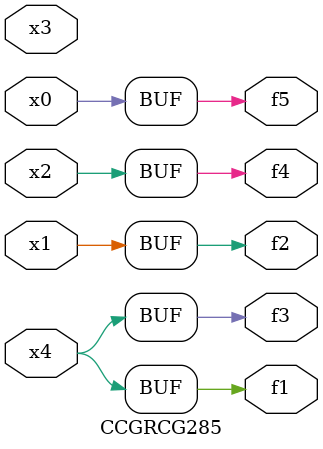
<source format=v>
module CCGRCG285(
	input x0, x1, x2, x3, x4,
	output f1, f2, f3, f4, f5
);
	assign f1 = x4;
	assign f2 = x1;
	assign f3 = x4;
	assign f4 = x2;
	assign f5 = x0;
endmodule

</source>
